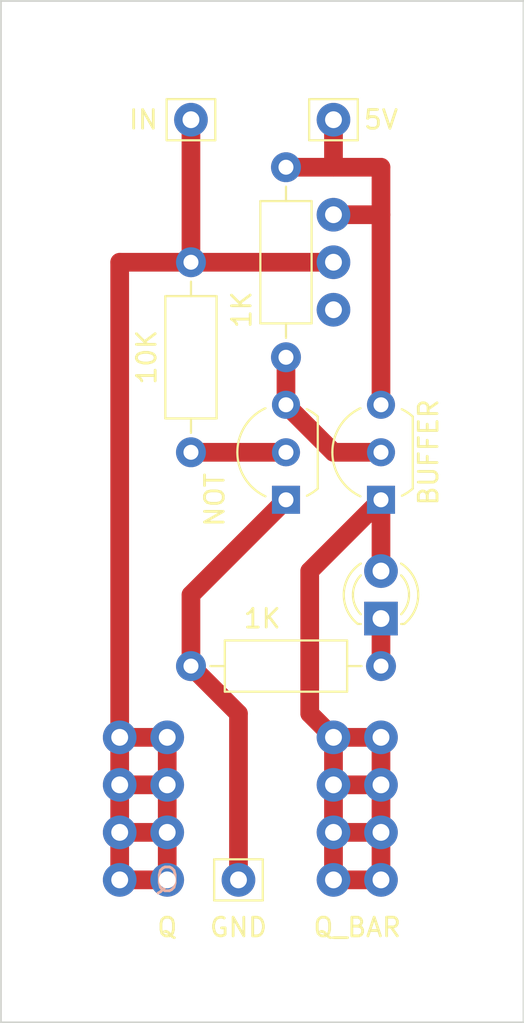
<source format=kicad_pcb>
(kicad_pcb (version 20221018) (generator pcbnew)
  (layers (0 "F.Cu" signal) (31 "B.Cu" signal) (34 "B.Paste" user) (35 "F.Paste" user) (36 "B.SilkS" user "B.Silkscreen") (37 "F.SilkS" user "F.Silkscreen") (38 "B.Mask" user) (39 "F.Mask" user) (44 "Edge.Cuts" user))
  (net 0 "")
  (footprint "" (layer "F.Cu") (at 68.58 127)
    (fp_text reference "" (at 0 0) (layer "F.SilkS") (effects (font (size 1.27 1.27))))
    (fp_text value "" (at 0 0) (layer "F.SilkS") (effects (font (size 1.27 1.27))))
    (pad "1" thru_hole circle (at 0 0) (size 1.8 1.8) (drill 0.9) (layers "*.Cu" "*.Mask"))
  )
  (footprint "" (layer "F.Cu") (at 57.15 127)
    (fp_text reference "" (at 0 0) (layer "F.SilkS") (effects (font (size 1.27 1.27))))
    (fp_text value "" (at 0 0) (layer "F.SilkS") (effects (font (size 1.27 1.27))))
    (pad "1" thru_hole circle (at 0 0) (size 1.8 1.8) (drill 0.9) (layers "*.Cu" "*.Mask"))
  )
  (footprint "" (layer "F.Cu") (at 68.58 96.52)
    (fp_text reference "" (at 1.27 0) (layer "F.SilkS") (effects (font (size 1.27 1.27))))
    (fp_text value "" (at 1.27 0) (layer "F.SilkS") (effects (font (size 1.27 1.27))))
    (pad "1" thru_hole circle (at 0 0) (size 1.8 1.8) (drill 0.9) (layers "*.Cu" "*.Mask"))
  )
  (footprint "MountingHole:MountingHole_2.1mm" (layer "F.Cu") (at 54.61 130.81)
    (fp_text reference "" hide)
    (fp_text value "MountingHole_2.1mm" hide)
    (pad "" np_thru_hole circle (at 0 0) (size 2.1 2.1) (drill 2.1) (layers "F&B.Cu" "*.Mask"))
  )
  (footprint "Connector_Pin:Pin_D0.9mm_L10.0mm_W2.4mm_FlatFork" (layer "F.Cu") (at 63.5 127)
    (fp_text reference "GND" (at 0 2.54) (layer "F.SilkS"))
    (fp_text value "Pin_D0.9mm_L10.0mm_W2.4mm_FlatFork" hide)
    (fp_line (start -1.3 -1.1) (end -1.3 0.6) (stroke (width 0.12)) (layer "F.SilkS"))
    (fp_line (start -1.3 0.6) (end -1.3 1.1) (stroke (width 0.12)) (layer "F.SilkS"))
    (fp_line (start -1.3 1.1) (end 1.3 1.1) (stroke (width 0.12)) (layer "F.SilkS"))
    (fp_line (start 1.3 -1.1) (end -1.3 -1.1) (stroke (width 0.12)) (layer "F.SilkS"))
    (fp_line (start 1.3 1.1) (end 1.3 -1.1) (stroke (width 0.12)) (layer "F.SilkS"))
    (pad "1" thru_hole circle (at 0 0) (size 1.8 1.8) (drill 0.9) (layers "*.Cu" "*.Mask"))
  )
  (footprint "" (layer "F.Cu") (at 68.58 124.46)
    (fp_text reference "" (at 0 0) (layer "F.SilkS") (effects (font (size 1.27 1.27))))
    (fp_text value "" (at 0 0) (layer "F.SilkS") (effects (font (size 1.27 1.27))))
    (pad "1" thru_hole circle (at 0 0) (size 1.8 1.8) (drill 0.9) (layers "*.Cu" "*.Mask"))
  )
  (footprint "" (layer "F.Cu") (at 59.69 119.38)
    (fp_text reference "" (at 0 0) (layer "F.SilkS") (effects (font (size 1.27 1.27))))
    (fp_text value "" (at 0 0) (layer "F.SilkS") (effects (font (size 1.27 1.27))))
    (pad "1" thru_hole circle (at 0 0) (size 1.8 1.8) (drill 0.9) (layers "*.Cu" "*.Mask"))
  )
  (footprint "Connector_Pin:Pin_D0.9mm_L10.0mm_W2.4mm_FlatFork" (layer "F.Cu") (at 60.96 86.36)
    (fp_text reference "IN" (at -2.54 0) (layer "F.SilkS"))
    (fp_text value "Pin_D0.9mm_L10.0mm_W2.4mm_FlatFork" hide)
    (fp_line (start -1.3 -1.1) (end -1.3 0.6) (stroke (width 0.12)) (layer "F.SilkS"))
    (fp_line (start -1.3 0.6) (end -1.3 1.1) (stroke (width 0.12)) (layer "F.SilkS"))
    (fp_line (start -1.3 1.1) (end 1.3 1.1) (stroke (width 0.12)) (layer "F.SilkS"))
    (fp_line (start 1.3 -1.1) (end -1.3 -1.1) (stroke (width 0.12)) (layer "F.SilkS"))
    (fp_line (start 1.3 1.1) (end 1.3 -1.1) (stroke (width 0.12)) (layer "F.SilkS"))
    (pad "1" thru_hole circle (at 0 0) (size 1.8 1.8) (drill 0.9) (layers "*.Cu" "*.Mask"))
  )
  (footprint "Resistor_THT:R_Axial_DIN0207_L6.3mm_D2.5mm_P10.16mm_Horizontal" (layer "F.Cu") (at 66.04 99.06 90)
    (fp_text reference "1K" (at 2.54 -2.37 90) (layer "F.SilkS"))
    (fp_text value "R_Axial_DIN0207_L6.3mm_D2.5mm_P10.16mm_Horizontal" hide)
    (fp_line (start 1.04 0) (end 1.81 0) (stroke (width 0.12)) (layer "F.SilkS"))
    (fp_line (start 1.81 -1.37) (end 1.81 1.37) (stroke (width 0.12)) (layer "F.SilkS"))
    (fp_line (start 1.81 1.37) (end 8.35 1.37) (stroke (width 0.12)) (layer "F.SilkS"))
    (fp_line (start 8.35 -1.37) (end 1.81 -1.37) (stroke (width 0.12)) (layer "F.SilkS"))
    (fp_line (start 8.35 1.37) (end 8.35 -1.37) (stroke (width 0.12)) (layer "F.SilkS"))
    (fp_line (start 9.12 0) (end 8.35 0) (stroke (width 0.12)) (layer "F.SilkS"))
    (pad "1" thru_hole circle (at 0 0 90) (size 1.6 1.6) (drill 0.8) (layers "*.Cu" "*.Mask"))
    (pad "2" thru_hole oval (at 10.16 0 90) (size 1.6 1.6) (drill 0.8) (layers "*.Cu" "*.Mask"))
  )
  (footprint "" (layer "F.Cu") (at 68.58 93.98)
    (fp_text reference "" (at 1.27 0) (layer "F.SilkS") (effects (font (size 1.27 1.27))))
    (fp_text value "" (at 1.27 0) (layer "F.SilkS") (effects (font (size 1.27 1.27))))
    (pad "1" thru_hole circle (at 0 0) (size 1.8 1.8) (drill 0.9) (layers "*.Cu" "*.Mask"))
  )
  (footprint "" (layer "F.Cu") (at 71.12 124.46)
    (fp_text reference "" (at 0 0) (layer "F.SilkS") (effects (font (size 1.27 1.27))))
    (fp_text value "" (at 0 0) (layer "F.SilkS") (effects (font (size 1.27 1.27))))
    (pad "1" thru_hole circle (at 0 0) (size 1.8 1.8) (drill 0.9) (layers "*.Cu" "*.Mask"))
  )
  (footprint "MountingHole:MountingHole_2.1mm" (layer "F.Cu") (at 74.93 83.82)
    (fp_text reference "" hide)
    (fp_text value "MountingHole_2.1mm" hide)
    (pad "" np_thru_hole circle (at 0 0) (size 2.1 2.1) (drill 2.1) (layers "F&B.Cu" "*.Mask"))
  )
  (footprint "" (layer "F.Cu") (at 57.15 119.38)
    (fp_text reference "" (at 0 0) (layer "F.SilkS") (effects (font (size 1.27 1.27))))
    (fp_text value "" (at 0 0) (layer "F.SilkS") (effects (font (size 1.27 1.27))))
    (pad "1" thru_hole circle (at 0 0) (size 1.8 1.8) (drill 0.9) (layers "*.Cu" "*.Mask"))
  )
  (footprint "" (layer "F.Cu") (at 59.69 121.92)
    (fp_text reference "" (at 0 0) (layer "F.SilkS") (effects (font (size 1.27 1.27))))
    (fp_text value "" (at 0 0) (layer "F.SilkS") (effects (font (size 1.27 1.27))))
    (pad "1" thru_hole circle (at 0 0) (size 1.8 1.8) (drill 0.9) (layers "*.Cu" "*.Mask"))
  )
  (footprint "" (layer "F.Cu") (at 71.12 121.92)
    (fp_text reference "" (at 0 0) (layer "F.SilkS") (effects (font (size 1.27 1.27))))
    (fp_text value "" (at 0 0) (layer "F.SilkS") (effects (font (size 1.27 1.27))))
    (pad "1" thru_hole circle (at 0 0) (size 1.8 1.8) (drill 0.9) (layers "*.Cu" "*.Mask"))
  )
  (footprint "MountingHole:MountingHole_2.1mm" (layer "F.Cu") (at 54.61 83.82)
    (fp_text reference "" hide)
    (fp_text value "MountingHole_2.1mm" hide)
    (pad "" np_thru_hole circle (at 0 0) (size 2.1 2.1) (drill 2.1) (layers "F&B.Cu" "*.Mask"))
  )
  (footprint "LED_THT:LED_D3.0mm" (layer "F.Cu") (at 71.12 113.03 90)
    (fp_text reference "REF**" hide)
    (fp_text value "IND")
    (fp_line (start -0.29 -1.236) (end -0.29 -1.08) (stroke (width 0.12)) (layer "F.SilkS"))
    (fp_line (start -0.29 1.08) (end -0.29 1.236) (stroke (width 0.12)) (layer "F.SilkS"))
    (fp_arc (start -0.29 -1.235516) (mid 1.366487 -1.987659) (end 2.942335 -1.078608) (stroke (width 0.12)) (layer "F.SilkS"))
    (fp_arc (start 0.229039 -1.08) (mid 1.270117 -1.5) (end 2.31113 -1.079837) (stroke (width 0.12)) (layer "F.SilkS"))
    (fp_arc (start 2.31113 1.079837) (mid 1.270117 1.5) (end 0.229039 1.08) (stroke (width 0.12)) (layer "F.SilkS"))
    (fp_arc (start 2.942335 1.078608) (mid 1.366487 1.987659) (end -0.29 1.235516) (stroke (width 0.12)) (layer "F.SilkS"))
    (pad "1" thru_hole rect (at 0 0 90) (size 1.8 1.8) (drill 0.9) (layers "*.Cu" "*.Mask"))
    (pad "2" thru_hole circle (at 2.54 0 90) (size 1.8 1.8) (drill 0.9) (layers "*.Cu" "*.Mask"))
  )
  (footprint "" (layer "F.Cu") (at 57.15 121.92)
    (fp_text reference "" (at 0 0) (layer "F.SilkS") (effects (font (size 1.27 1.27))))
    (fp_text value "" (at 0 0) (layer "F.SilkS") (effects (font (size 1.27 1.27))))
    (pad "1" thru_hole circle (at 0 0) (size 1.8 1.8) (drill 0.9) (layers "*.Cu" "*.Mask"))
  )
  (footprint "" (layer "F.Cu") (at 71.12 127)
    (fp_text reference "" (at 0 0) (layer "F.SilkS") (effects (font (size 1.27 1.27))))
    (fp_text value "" (at 0 0) (layer "F.SilkS") (effects (font (size 1.27 1.27))))
    (pad "1" thru_hole circle (at 0 0) (size 1.8 1.8) (drill 0.9) (layers "*.Cu" "*.Mask"))
  )
  (footprint "" (layer "F.Cu") (at 57.15 124.46)
    (fp_text reference "" (at 0 0) (layer "F.SilkS") (effects (font (size 1.27 1.27))))
    (fp_text value "" (at 0 0) (layer "F.SilkS") (effects (font (size 1.27 1.27))))
    (pad "1" thru_hole circle (at 0 0) (size 1.8 1.8) (drill 0.9) (layers "*.Cu" "*.Mask"))
  )
  (footprint "Package_TO_SOT_THT:TO-92L_Inline_Wide" (layer "F.Cu") (at 71.12 106.68 90)
    (fp_text reference "BUFFER" (at 2.54 2.54 90) (layer "F.SilkS"))
    (fp_text value "TO-92L_Inline_Wide" hide)
    (fp_line (start 0.6 1.7) (end 4.45 1.7) (stroke (width 0.12)) (layer "F.SilkS"))
    (fp_arc (start 0.1836 -1.098807) (mid 1.143021 -2.192817) (end 2.54 -2.6) (stroke (width 0.12)) (layer "F.SilkS"))
    (fp_arc (start 0.6 1.7) (mid 0.389183 1.423933) (end 0.217369 1.122045) (stroke (width 0.12)) (layer "F.SilkS"))
    (fp_arc (start 2.54 -2.6) (mid 3.936979 -2.192818) (end 4.8964 -1.098807) (stroke (width 0.12)) (layer "F.SilkS"))
    (fp_arc (start 4.842383 1.112264) (mid 4.666594 1.419753) (end 4.45 1.7) (stroke (width 0.12)) (layer "F.SilkS"))
    (pad "1" thru_hole rect (at 0 0 90) (size 1.5 1.5) (drill 0.8) (layers "*.Cu" "*.Mask"))
    (pad "2" thru_hole circle (at 2.54 0 90) (size 1.5 1.5) (drill 0.8) (layers "*.Cu" "*.Mask"))
    (pad "3" thru_hole circle (at 5.08 0 90) (size 1.5 1.5) (drill 0.8) (layers "*.Cu" "*.Mask"))
  )
  (footprint "" (layer "F.Cu") (at 59.69 124.46)
    (fp_text reference "" (at 0 0) (layer "F.SilkS") (effects (font (size 1.27 1.27))))
    (fp_text value "" (at 0 0) (layer "F.SilkS") (effects (font (size 1.27 1.27))))
    (pad "1" thru_hole circle (at 0 0) (size 1.8 1.8) (drill 0.9) (layers "*.Cu" "*.Mask"))
  )
  (footprint "MountingHole:MountingHole_2.1mm" (layer "F.Cu") (at 74.93 130.81)
    (fp_text reference "" hide)
    (fp_text value "MountingHole_2.1mm" hide)
    (pad "" np_thru_hole circle (at 0 0) (size 2.1 2.1) (drill 2.1) (layers "F&B.Cu" "*.Mask"))
  )
  (footprint "" (layer "F.Cu") (at 68.58 121.92)
    (fp_text reference "" (at 0 0) (layer "F.SilkS") (effects (font (size 1.27 1.27))))
    (fp_text value "" (at 0 0) (layer "F.SilkS") (effects (font (size 1.27 1.27))))
    (pad "1" thru_hole circle (at 0 0) (size 1.8 1.8) (drill 0.9) (layers "*.Cu" "*.Mask"))
  )
  (footprint "" (layer "F.Cu") (at 71.12 119.38)
    (fp_text reference "" (at 0 0) (layer "F.SilkS") (effects (font (size 1.27 1.27))))
    (fp_text value "" (at 0 0) (layer "F.SilkS") (effects (font (size 1.27 1.27))))
    (pad "1" thru_hole circle (at 0 0) (size 1.8 1.8) (drill 0.9) (layers "*.Cu" "*.Mask"))
  )
  (footprint "Resistor_THT:R_Axial_DIN0207_L6.3mm_D2.5mm_P10.16mm_Horizontal" (layer "F.Cu") (at 60.96 104.14 90)
    (fp_text reference "10K" (at 5.08 -2.37 90) (layer "F.SilkS"))
    (fp_text value "R_Axial_DIN0207_L6.3mm_D2.5mm_P10.16mm_Horizontal" hide)
    (fp_line (start 1.04 0) (end 1.81 0) (stroke (width 0.12)) (layer "F.SilkS"))
    (fp_line (start 1.81 -1.37) (end 1.81 1.37) (stroke (width 0.12)) (layer "F.SilkS"))
    (fp_line (start 1.81 1.37) (end 8.35 1.37) (stroke (width 0.12)) (layer "F.SilkS"))
    (fp_line (start 8.35 -1.37) (end 1.81 -1.37) (stroke (width 0.12)) (layer "F.SilkS"))
    (fp_line (start 8.35 1.37) (end 8.35 -1.37) (stroke (width 0.12)) (layer "F.SilkS"))
    (fp_line (start 9.12 0) (end 8.35 0) (stroke (width 0.12)) (layer "F.SilkS"))
    (pad "1" thru_hole circle (at 0 0 90) (size 1.6 1.6) (drill 0.8) (layers "*.Cu" "*.Mask"))
    (pad "2" thru_hole oval (at 10.16 0 90) (size 1.6 1.6) (drill 0.8) (layers "*.Cu" "*.Mask"))
  )
  (footprint "Resistor_THT:R_Axial_DIN0207_L6.3mm_D2.5mm_P10.16mm_Horizontal" (layer "F.Cu") (at 71.12 115.57 180)
    (fp_text reference "1K" (at 6.35 2.54) (layer "F.SilkS"))
    (fp_text value "R_Axial_DIN0207_L6.3mm_D2.5mm_P10.16mm_Horizontal" hide)
    (fp_line (start 1.04 0) (end 1.81 0) (stroke (width 0.12)) (layer "F.SilkS"))
    (fp_line (start 1.81 -1.37) (end 1.81 1.37) (stroke (width 0.12)) (layer "F.SilkS"))
    (fp_line (start 1.81 1.37) (end 8.35 1.37) (stroke (width 0.12)) (layer "F.SilkS"))
    (fp_line (start 8.35 -1.37) (end 1.81 -1.37) (stroke (width 0.12)) (layer "F.SilkS"))
    (fp_line (start 8.35 1.37) (end 8.35 -1.37) (stroke (width 0.12)) (layer "F.SilkS"))
    (fp_line (start 9.12 0) (end 8.35 0) (stroke (width 0.12)) (layer "F.SilkS"))
    (pad "1" thru_hole circle (at 0 0 180) (size 1.6 1.6) (drill 0.8) (layers "*.Cu" "*.Mask"))
    (pad "2" thru_hole oval (at 10.16 0 180) (size 1.6 1.6) (drill 0.8) (layers "*.Cu" "*.Mask"))
  )
  (footprint "Package_TO_SOT_THT:TO-92L_Inline_Wide" (layer "F.Cu") (at 66.04 106.68 90)
    (fp_text reference "NOT" (at 0 -3.81 90) (layer "F.SilkS"))
    (fp_text value "TO-92L_Inline_Wide" hide)
    (fp_line (start 0.6 1.7) (end 4.45 1.7) (stroke (width 0.12)) (layer "F.SilkS"))
    (fp_arc (start 0.1836 -1.098807) (mid 1.143021 -2.192817) (end 2.54 -2.6) (stroke (width 0.12)) (layer "F.SilkS"))
    (fp_arc (start 0.6 1.7) (mid 0.389183 1.423933) (end 0.217369 1.122045) (stroke (width 0.12)) (layer "F.SilkS"))
    (fp_arc (start 2.54 -2.6) (mid 3.936979 -2.192818) (end 4.8964 -1.098807) (stroke (width 0.12)) (layer "F.SilkS"))
    (fp_arc (start 4.842383 1.112264) (mid 4.666594 1.419753) (end 4.45 1.7) (stroke (width 0.12)) (layer "F.SilkS"))
    (pad "1" thru_hole rect (at 0 0 90) (size 1.5 1.5) (drill 0.8) (layers "*.Cu" "*.Mask"))
    (pad "2" thru_hole circle (at 2.54 0 90) (size 1.5 1.5) (drill 0.8) (layers "*.Cu" "*.Mask"))
    (pad "3" thru_hole circle (at 5.08 0 90) (size 1.5 1.5) (drill 0.8) (layers "*.Cu" "*.Mask"))
  )
  (footprint "Connector_Pin:Pin_D0.9mm_L10.0mm_W2.4mm_FlatFork" (layer "F.Cu") (at 68.58 86.36)
    (fp_text reference "5V" (at 2.54 0) (layer "F.SilkS"))
    (fp_text value "Pin_D0.9mm_L10.0mm_W2.4mm_FlatFork" hide)
    (fp_line (start -1.3 -1.1) (end -1.3 0.6) (stroke (width 0.12)) (layer "F.SilkS"))
    (fp_line (start -1.3 0.6) (end -1.3 1.1) (stroke (width 0.12)) (layer "F.SilkS"))
    (fp_line (start -1.3 1.1) (end 1.3 1.1) (stroke (width 0.12)) (layer "F.SilkS"))
    (fp_line (start 1.3 -1.1) (end -1.3 -1.1) (stroke (width 0.12)) (layer "F.SilkS"))
    (fp_line (start 1.3 1.1) (end 1.3 -1.1) (stroke (width 0.12)) (layer "F.SilkS"))
    (pad "1" thru_hole circle (at 0 0) (size 1.8 1.8) (drill 0.9) (layers "*.Cu" "*.Mask"))
  )
  (footprint "" (layer "F.Cu") (at 68.58 91.44)
    (fp_text reference "" (at 1.27 0) (layer "F.SilkS") (effects (font (size 1.27 1.27))))
    (fp_text value "" (at 1.27 0) (layer "F.SilkS") (effects (font (size 1.27 1.27))))
    (pad "1" thru_hole circle (at 0 0) (size 1.8 1.8) (drill 0.9) (layers "*.Cu" "*.Mask"))
  )
  (footprint "" (layer "F.Cu") (at 68.58 119.38)
    (fp_text reference "" (at 0 0) (layer "F.SilkS") (effects (font (size 1.27 1.27))))
    (fp_text value "" (at 0 0) (layer "F.SilkS") (effects (font (size 1.27 1.27))))
    (pad "1" thru_hole circle (at 0 0) (size 1.8 1.8) (drill 0.9) (layers "*.Cu" "*.Mask"))
  )
  (footprint "" (layer "B.Cu") (at 59.69 127 180)
    (fp_text reference "Q" (at 0 0) (layer "B.SilkS") (effects (font (size 1.27 1.27)) (justify mirror)))
    (fp_text value "" (at 0 0) (layer "B.SilkS") (effects (font (size 1.27 1.27)) (justify mirror)))
    (pad "1" thru_hole circle (at 0 0 180) (size 1.8 1.8) (drill 0.9) (layers "*.Cu" "*.Mask"))
  )
  (gr_rect (start 50.8 80.01) (end 78.74 134.62) (stroke (width 0.1)) (fill none) (layer "Edge.Cuts"))
  (gr_text "Q_BAR\n" (at 69.85 129.54) (layer "F.SilkS") (effects (font (size 1 1))))
  (gr_text "Q\n" (at 59.69 129.54) (layer "F.SilkS") (effects (font (size 1 1))))
  (segment (start 67.31 118.11) (end 67.31 110.49) (width 1) (layer "F.Cu") (net 0))
  (segment (start 71.12 106.68) (end 71.12 110.49) (width 1) (layer "F.Cu") (net 0))
  (segment (start 71.12 106.68) (end 67.31 110.49) (width 1) (layer "F.Cu") (net 0))
  (segment (start 71.12 127) (end 71.12 119.38) (width 1) (layer "F.Cu") (net 0))
  (segment (start 59.69 119.38) (end 59.69 127) (width 1) (layer "F.Cu") (net 0))
  (segment (start 71.12 113.03) (end 71.12 115.57) (width 1) (layer "F.Cu") (net 0))
  (segment (start 57.15 127) (end 57.15 93.98) (width 1) (layer "F.Cu") (net 0))
  (segment (start 68.58 93.98) (end 60.96 93.98) (width 1) (layer "F.Cu") (net 0))
  (segment (start 71.12 119.38) (end 68.58 119.38) (width 1) (layer "F.Cu") (net 0))
  (segment (start 63.5 127) (end 63.5 118.11) (width 1) (layer "F.Cu") (net 0))
  (segment (start 59.69 124.46) (end 57.15 124.46) (width 1) (layer "F.Cu") (net 0))
  (segment (start 71.12 88.9) (end 68.58 88.9) (width 1) (layer "F.Cu") (net 0))
  (segment (start 68.58 91.44) (end 71.12 91.44) (width 1) (layer "F.Cu") (net 0))
  (segment (start 71.12 91.44) (end 71.12 88.9) (width 1) (layer "F.Cu") (net 0))
  (segment (start 71.12 121.92) (end 68.58 121.92) (width 1) (layer "F.Cu") (net 0))
  (segment (start 63.5 118.11) (end 60.96 115.57) (width 1) (layer "F.Cu") (net 0))
  (segment (start 68.58 119.38) (end 68.58 127) (width 1) (layer "F.Cu") (net 0))
  (segment (start 57.15 121.92) (end 59.69 121.92) (width 1) (layer "F.Cu") (net 0))
  (segment (start 68.58 124.46) (end 71.12 124.46) (width 1) (layer "F.Cu") (net 0))
  (segment (start 66.04 88.9) (end 68.58 88.9) (width 1) (layer "F.Cu") (net 0))
  (segment (start 60.96 86.36) (end 60.96 93.98) (width 1) (layer "F.Cu") (net 0))
  (segment (start 60.96 111.76) (end 66.04 106.68) (width 1) (layer "F.Cu") (net 0))
  (segment (start 68.58 88.9) (end 68.58 86.36) (width 1) (layer "F.Cu") (net 0))
  (segment (start 68.58 119.38) (end 67.31 118.11) (width 1) (layer "F.Cu") (net 0))
  (segment (start 57.15 93.98) (end 60.96 93.98) (width 1) (layer "F.Cu") (net 0))
  (segment (start 60.96 115.57) (end 60.96 111.76) (width 1) (layer "F.Cu") (net 0))
  (segment (start 68.58 104.14) (end 71.12 104.14) (width 1) (layer "F.Cu") (net 0))
  (segment (start 60.96 104.14) (end 66.04 104.14) (width 1) (layer "F.Cu") (net 0))
  (segment (start 68.58 127) (end 71.12 127) (width 1) (layer "F.Cu") (net 0))
  (segment (start 57.15 119.38) (end 59.69 119.38) (width 1) (layer "F.Cu") (net 0))
  (segment (start 66.04 101.6) (end 68.58 104.14) (width 1) (layer "F.Cu") (net 0))
  (segment (start 66.04 101.6) (end 66.04 99.06) (width 1) (layer "F.Cu") (net 0))
  (segment (start 57.15 127) (end 59.69 127) (width 1) (layer "F.Cu") (net 0))
  (segment (start 71.12 101.6) (end 71.12 91.44) (width 1) (layer "F.Cu") (net 0))
)
</source>
